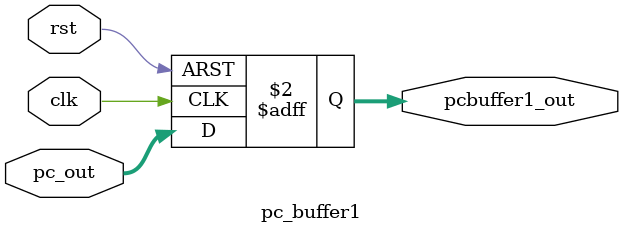
<source format=sv>
module pc_buffer1
(
    input  logic        clk,
    input  logic        rst,
    input  logic [31:0] pc_out, // Input from the main PC
    output logic [31:0] pcbuffer1_out // Output to Decode stage
);
    always_ff @(posedge clk or posedge rst)
    begin
        if (rst)
            pcbuffer1_out <= 32'b0;
        else
            pcbuffer1_out <= pc_out; // Pass PC to Decode stage
    end
endmodule
</source>
